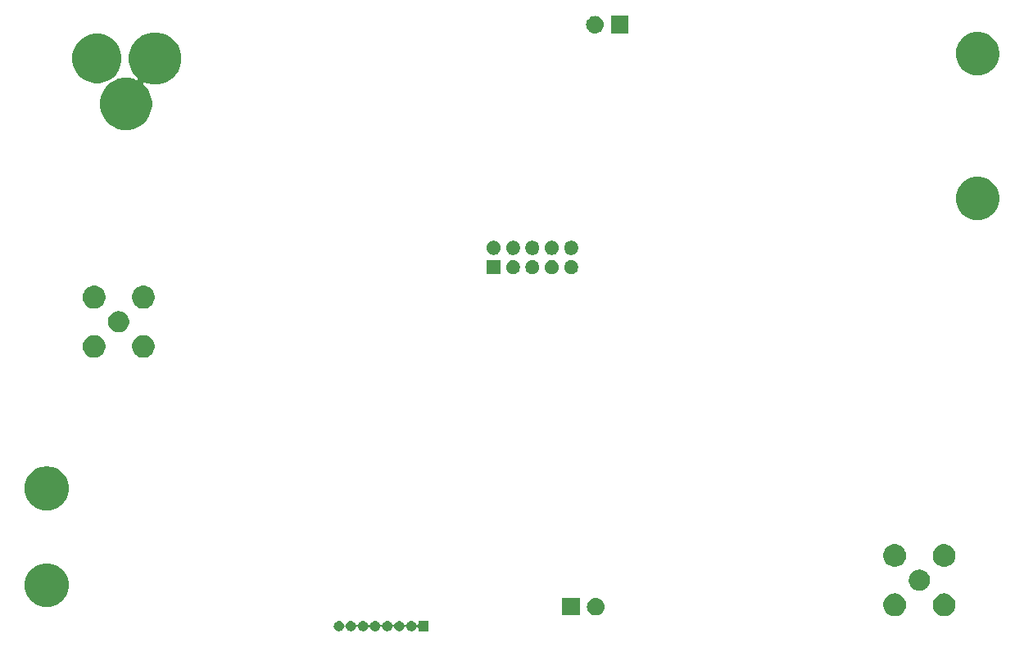
<source format=gbr>
G04 #@! TF.GenerationSoftware,KiCad,Pcbnew,(5.1.4)-1*
G04 #@! TF.CreationDate,2019-12-12T13:05:01+01:00*
G04 #@! TF.ProjectId,Schaltplan_embedded,53636861-6c74-4706-9c61-6e5f656d6265,rev?*
G04 #@! TF.SameCoordinates,Original*
G04 #@! TF.FileFunction,Soldermask,Bot*
G04 #@! TF.FilePolarity,Negative*
%FSLAX46Y46*%
G04 Gerber Fmt 4.6, Leading zero omitted, Abs format (unit mm)*
G04 Created by KiCad (PCBNEW (5.1.4)-1) date 2019-12-12 13:05:01*
%MOMM*%
%LPD*%
G04 APERTURE LIST*
%ADD10C,0.100000*%
G04 APERTURE END LIST*
D10*
G36*
X127653428Y-108744213D02*
G01*
X127749153Y-108783864D01*
X127835305Y-108841429D01*
X127908571Y-108914695D01*
X127966136Y-109000847D01*
X128009516Y-109105575D01*
X128021067Y-109127186D01*
X128036612Y-109146128D01*
X128055554Y-109161673D01*
X128077165Y-109173224D01*
X128100614Y-109180337D01*
X128125000Y-109182739D01*
X128149386Y-109180337D01*
X128172835Y-109173224D01*
X128194446Y-109161673D01*
X128213388Y-109146128D01*
X128228933Y-109127186D01*
X128240484Y-109105575D01*
X128283864Y-109000847D01*
X128341429Y-108914695D01*
X128414695Y-108841429D01*
X128500847Y-108783864D01*
X128596572Y-108744213D01*
X128698192Y-108724000D01*
X128801808Y-108724000D01*
X128903428Y-108744213D01*
X128999153Y-108783864D01*
X129085305Y-108841429D01*
X129158571Y-108914695D01*
X129216136Y-109000847D01*
X129259516Y-109105575D01*
X129271067Y-109127186D01*
X129286612Y-109146128D01*
X129305554Y-109161673D01*
X129327165Y-109173224D01*
X129350614Y-109180337D01*
X129375000Y-109182739D01*
X129399386Y-109180337D01*
X129422835Y-109173224D01*
X129444446Y-109161673D01*
X129463388Y-109146128D01*
X129478933Y-109127186D01*
X129490484Y-109105575D01*
X129533864Y-109000847D01*
X129591429Y-108914695D01*
X129664695Y-108841429D01*
X129750847Y-108783864D01*
X129846572Y-108744213D01*
X129948192Y-108724000D01*
X130051808Y-108724000D01*
X130153428Y-108744213D01*
X130249153Y-108783864D01*
X130335305Y-108841429D01*
X130408571Y-108914695D01*
X130466136Y-109000847D01*
X130509516Y-109105575D01*
X130521067Y-109127186D01*
X130536612Y-109146128D01*
X130555554Y-109161673D01*
X130577165Y-109173224D01*
X130600614Y-109180337D01*
X130625000Y-109182739D01*
X130649386Y-109180337D01*
X130672835Y-109173224D01*
X130694446Y-109161673D01*
X130713388Y-109146128D01*
X130728933Y-109127186D01*
X130740484Y-109105575D01*
X130783864Y-109000847D01*
X130841429Y-108914695D01*
X130914695Y-108841429D01*
X131000847Y-108783864D01*
X131096572Y-108744213D01*
X131198192Y-108724000D01*
X131301808Y-108724000D01*
X131403428Y-108744213D01*
X131499153Y-108783864D01*
X131585305Y-108841429D01*
X131658571Y-108914695D01*
X131716136Y-109000847D01*
X131759516Y-109105575D01*
X131771067Y-109127186D01*
X131786612Y-109146128D01*
X131805554Y-109161673D01*
X131827165Y-109173224D01*
X131850614Y-109180337D01*
X131875000Y-109182739D01*
X131899386Y-109180337D01*
X131922835Y-109173224D01*
X131944446Y-109161673D01*
X131963388Y-109146128D01*
X131978933Y-109127186D01*
X131990484Y-109105575D01*
X132033864Y-109000847D01*
X132091429Y-108914695D01*
X132164695Y-108841429D01*
X132250847Y-108783864D01*
X132346572Y-108744213D01*
X132448192Y-108724000D01*
X132551808Y-108724000D01*
X132653428Y-108744213D01*
X132749153Y-108783864D01*
X132835305Y-108841429D01*
X132908571Y-108914695D01*
X132966136Y-109000847D01*
X133009516Y-109105575D01*
X133021067Y-109127186D01*
X133036612Y-109146128D01*
X133055554Y-109161673D01*
X133077165Y-109173224D01*
X133100614Y-109180337D01*
X133125000Y-109182739D01*
X133149386Y-109180337D01*
X133172835Y-109173224D01*
X133194446Y-109161673D01*
X133213388Y-109146128D01*
X133228933Y-109127186D01*
X133240484Y-109105575D01*
X133283864Y-109000847D01*
X133341429Y-108914695D01*
X133414695Y-108841429D01*
X133500847Y-108783864D01*
X133596572Y-108744213D01*
X133698192Y-108724000D01*
X133801808Y-108724000D01*
X133903428Y-108744213D01*
X133999153Y-108783864D01*
X134085305Y-108841429D01*
X134158571Y-108914695D01*
X134216136Y-109000847D01*
X134259516Y-109105575D01*
X134271067Y-109127186D01*
X134286612Y-109146128D01*
X134305554Y-109161673D01*
X134327165Y-109173224D01*
X134350614Y-109180337D01*
X134375000Y-109182739D01*
X134399386Y-109180337D01*
X134422835Y-109173224D01*
X134444446Y-109161673D01*
X134463388Y-109146128D01*
X134478933Y-109127186D01*
X134490484Y-109105575D01*
X134533864Y-109000847D01*
X134591429Y-108914695D01*
X134664695Y-108841429D01*
X134750847Y-108783864D01*
X134846572Y-108744213D01*
X134948192Y-108724000D01*
X135051808Y-108724000D01*
X135153428Y-108744213D01*
X135249153Y-108783864D01*
X135335305Y-108841429D01*
X135408571Y-108914695D01*
X135466136Y-109000847D01*
X135483517Y-109042808D01*
X135495068Y-109064419D01*
X135510613Y-109083361D01*
X135529555Y-109098906D01*
X135551166Y-109110457D01*
X135574615Y-109117570D01*
X135599001Y-109119972D01*
X135623387Y-109117570D01*
X135646836Y-109110457D01*
X135668447Y-109098906D01*
X135687389Y-109083361D01*
X135702934Y-109064419D01*
X135714485Y-109042808D01*
X135721598Y-109019359D01*
X135724000Y-108994973D01*
X135724000Y-108724000D01*
X136776000Y-108724000D01*
X136776000Y-109776000D01*
X135724000Y-109776000D01*
X135724000Y-109505027D01*
X135721598Y-109480641D01*
X135714485Y-109457192D01*
X135702934Y-109435581D01*
X135687389Y-109416639D01*
X135668447Y-109401094D01*
X135646836Y-109389543D01*
X135623387Y-109382430D01*
X135599001Y-109380028D01*
X135574615Y-109382430D01*
X135551166Y-109389543D01*
X135529555Y-109401094D01*
X135510613Y-109416639D01*
X135495068Y-109435581D01*
X135483517Y-109457192D01*
X135466136Y-109499153D01*
X135408571Y-109585305D01*
X135335305Y-109658571D01*
X135249153Y-109716136D01*
X135153428Y-109755787D01*
X135051808Y-109776000D01*
X134948192Y-109776000D01*
X134846572Y-109755787D01*
X134750847Y-109716136D01*
X134664695Y-109658571D01*
X134591429Y-109585305D01*
X134533864Y-109499153D01*
X134490484Y-109394425D01*
X134478933Y-109372814D01*
X134463388Y-109353872D01*
X134444446Y-109338327D01*
X134422835Y-109326776D01*
X134399386Y-109319663D01*
X134375000Y-109317261D01*
X134350614Y-109319663D01*
X134327165Y-109326776D01*
X134305554Y-109338327D01*
X134286612Y-109353872D01*
X134271067Y-109372814D01*
X134259516Y-109394425D01*
X134216136Y-109499153D01*
X134158571Y-109585305D01*
X134085305Y-109658571D01*
X133999153Y-109716136D01*
X133903428Y-109755787D01*
X133801808Y-109776000D01*
X133698192Y-109776000D01*
X133596572Y-109755787D01*
X133500847Y-109716136D01*
X133414695Y-109658571D01*
X133341429Y-109585305D01*
X133283864Y-109499153D01*
X133240484Y-109394425D01*
X133228933Y-109372814D01*
X133213388Y-109353872D01*
X133194446Y-109338327D01*
X133172835Y-109326776D01*
X133149386Y-109319663D01*
X133125000Y-109317261D01*
X133100614Y-109319663D01*
X133077165Y-109326776D01*
X133055554Y-109338327D01*
X133036612Y-109353872D01*
X133021067Y-109372814D01*
X133009516Y-109394425D01*
X132966136Y-109499153D01*
X132908571Y-109585305D01*
X132835305Y-109658571D01*
X132749153Y-109716136D01*
X132653428Y-109755787D01*
X132551808Y-109776000D01*
X132448192Y-109776000D01*
X132346572Y-109755787D01*
X132250847Y-109716136D01*
X132164695Y-109658571D01*
X132091429Y-109585305D01*
X132033864Y-109499153D01*
X131990484Y-109394425D01*
X131978933Y-109372814D01*
X131963388Y-109353872D01*
X131944446Y-109338327D01*
X131922835Y-109326776D01*
X131899386Y-109319663D01*
X131875000Y-109317261D01*
X131850614Y-109319663D01*
X131827165Y-109326776D01*
X131805554Y-109338327D01*
X131786612Y-109353872D01*
X131771067Y-109372814D01*
X131759516Y-109394425D01*
X131716136Y-109499153D01*
X131658571Y-109585305D01*
X131585305Y-109658571D01*
X131499153Y-109716136D01*
X131403428Y-109755787D01*
X131301808Y-109776000D01*
X131198192Y-109776000D01*
X131096572Y-109755787D01*
X131000847Y-109716136D01*
X130914695Y-109658571D01*
X130841429Y-109585305D01*
X130783864Y-109499153D01*
X130740484Y-109394425D01*
X130728933Y-109372814D01*
X130713388Y-109353872D01*
X130694446Y-109338327D01*
X130672835Y-109326776D01*
X130649386Y-109319663D01*
X130625000Y-109317261D01*
X130600614Y-109319663D01*
X130577165Y-109326776D01*
X130555554Y-109338327D01*
X130536612Y-109353872D01*
X130521067Y-109372814D01*
X130509516Y-109394425D01*
X130466136Y-109499153D01*
X130408571Y-109585305D01*
X130335305Y-109658571D01*
X130249153Y-109716136D01*
X130153428Y-109755787D01*
X130051808Y-109776000D01*
X129948192Y-109776000D01*
X129846572Y-109755787D01*
X129750847Y-109716136D01*
X129664695Y-109658571D01*
X129591429Y-109585305D01*
X129533864Y-109499153D01*
X129490484Y-109394425D01*
X129478933Y-109372814D01*
X129463388Y-109353872D01*
X129444446Y-109338327D01*
X129422835Y-109326776D01*
X129399386Y-109319663D01*
X129375000Y-109317261D01*
X129350614Y-109319663D01*
X129327165Y-109326776D01*
X129305554Y-109338327D01*
X129286612Y-109353872D01*
X129271067Y-109372814D01*
X129259516Y-109394425D01*
X129216136Y-109499153D01*
X129158571Y-109585305D01*
X129085305Y-109658571D01*
X128999153Y-109716136D01*
X128903428Y-109755787D01*
X128801808Y-109776000D01*
X128698192Y-109776000D01*
X128596572Y-109755787D01*
X128500847Y-109716136D01*
X128414695Y-109658571D01*
X128341429Y-109585305D01*
X128283864Y-109499153D01*
X128240484Y-109394425D01*
X128228933Y-109372814D01*
X128213388Y-109353872D01*
X128194446Y-109338327D01*
X128172835Y-109326776D01*
X128149386Y-109319663D01*
X128125000Y-109317261D01*
X128100614Y-109319663D01*
X128077165Y-109326776D01*
X128055554Y-109338327D01*
X128036612Y-109353872D01*
X128021067Y-109372814D01*
X128009516Y-109394425D01*
X127966136Y-109499153D01*
X127908571Y-109585305D01*
X127835305Y-109658571D01*
X127749153Y-109716136D01*
X127653428Y-109755787D01*
X127551808Y-109776000D01*
X127448192Y-109776000D01*
X127346572Y-109755787D01*
X127250847Y-109716136D01*
X127164695Y-109658571D01*
X127091429Y-109585305D01*
X127033864Y-109499153D01*
X126994213Y-109403428D01*
X126974000Y-109301808D01*
X126974000Y-109198192D01*
X126994213Y-109096572D01*
X127033864Y-109000847D01*
X127091429Y-108914695D01*
X127164695Y-108841429D01*
X127250847Y-108783864D01*
X127346572Y-108744213D01*
X127448192Y-108724000D01*
X127551808Y-108724000D01*
X127653428Y-108744213D01*
X127653428Y-108744213D01*
G37*
G36*
X190241560Y-105889064D02*
G01*
X190393027Y-105919193D01*
X190607045Y-106007842D01*
X190607046Y-106007843D01*
X190799654Y-106136539D01*
X190963461Y-106300346D01*
X191044980Y-106422348D01*
X191092158Y-106492955D01*
X191180807Y-106706973D01*
X191226000Y-106934174D01*
X191226000Y-107165826D01*
X191180807Y-107393027D01*
X191092158Y-107607045D01*
X191092157Y-107607046D01*
X190963461Y-107799654D01*
X190799654Y-107963461D01*
X190740810Y-108002779D01*
X190607045Y-108092158D01*
X190393027Y-108180807D01*
X190241560Y-108210936D01*
X190165827Y-108226000D01*
X189934173Y-108226000D01*
X189858440Y-108210936D01*
X189706973Y-108180807D01*
X189492955Y-108092158D01*
X189359190Y-108002779D01*
X189300346Y-107963461D01*
X189136539Y-107799654D01*
X189007843Y-107607046D01*
X189007842Y-107607045D01*
X188919193Y-107393027D01*
X188874000Y-107165826D01*
X188874000Y-106934174D01*
X188919193Y-106706973D01*
X189007842Y-106492955D01*
X189055020Y-106422348D01*
X189136539Y-106300346D01*
X189300346Y-106136539D01*
X189492954Y-106007843D01*
X189492955Y-106007842D01*
X189706973Y-105919193D01*
X189858440Y-105889064D01*
X189934173Y-105874000D01*
X190165827Y-105874000D01*
X190241560Y-105889064D01*
X190241560Y-105889064D01*
G37*
G36*
X185141560Y-105889064D02*
G01*
X185293027Y-105919193D01*
X185507045Y-106007842D01*
X185507046Y-106007843D01*
X185699654Y-106136539D01*
X185863461Y-106300346D01*
X185944980Y-106422348D01*
X185992158Y-106492955D01*
X186080807Y-106706973D01*
X186126000Y-106934174D01*
X186126000Y-107165826D01*
X186080807Y-107393027D01*
X185992158Y-107607045D01*
X185992157Y-107607046D01*
X185863461Y-107799654D01*
X185699654Y-107963461D01*
X185640810Y-108002779D01*
X185507045Y-108092158D01*
X185293027Y-108180807D01*
X185141560Y-108210936D01*
X185065827Y-108226000D01*
X184834173Y-108226000D01*
X184758440Y-108210936D01*
X184606973Y-108180807D01*
X184392955Y-108092158D01*
X184259190Y-108002779D01*
X184200346Y-107963461D01*
X184036539Y-107799654D01*
X183907843Y-107607046D01*
X183907842Y-107607045D01*
X183819193Y-107393027D01*
X183774000Y-107165826D01*
X183774000Y-106934174D01*
X183819193Y-106706973D01*
X183907842Y-106492955D01*
X183955020Y-106422348D01*
X184036539Y-106300346D01*
X184200346Y-106136539D01*
X184392954Y-106007843D01*
X184392955Y-106007842D01*
X184606973Y-105919193D01*
X184758440Y-105889064D01*
X184834173Y-105874000D01*
X185065827Y-105874000D01*
X185141560Y-105889064D01*
X185141560Y-105889064D01*
G37*
G36*
X152401000Y-108151000D02*
G01*
X150599000Y-108151000D01*
X150599000Y-106349000D01*
X152401000Y-106349000D01*
X152401000Y-108151000D01*
X152401000Y-108151000D01*
G37*
G36*
X154150442Y-106355518D02*
G01*
X154216627Y-106362037D01*
X154386466Y-106413557D01*
X154542991Y-106497222D01*
X154573289Y-106522087D01*
X154680186Y-106609814D01*
X154759921Y-106706973D01*
X154792778Y-106747009D01*
X154876443Y-106903534D01*
X154927963Y-107073373D01*
X154945359Y-107250000D01*
X154927963Y-107426627D01*
X154876443Y-107596466D01*
X154792778Y-107752991D01*
X154763448Y-107788729D01*
X154680186Y-107890186D01*
X154590901Y-107963459D01*
X154542991Y-108002778D01*
X154386466Y-108086443D01*
X154216627Y-108137963D01*
X154150443Y-108144481D01*
X154084260Y-108151000D01*
X153995740Y-108151000D01*
X153929557Y-108144481D01*
X153863373Y-108137963D01*
X153693534Y-108086443D01*
X153537009Y-108002778D01*
X153489099Y-107963459D01*
X153399814Y-107890186D01*
X153316552Y-107788729D01*
X153287222Y-107752991D01*
X153203557Y-107596466D01*
X153152037Y-107426627D01*
X153134641Y-107250000D01*
X153152037Y-107073373D01*
X153203557Y-106903534D01*
X153287222Y-106747009D01*
X153320079Y-106706973D01*
X153399814Y-106609814D01*
X153506711Y-106522087D01*
X153537009Y-106497222D01*
X153693534Y-106413557D01*
X153863373Y-106362037D01*
X153929558Y-106355518D01*
X153995740Y-106349000D01*
X154084260Y-106349000D01*
X154150442Y-106355518D01*
X154150442Y-106355518D01*
G37*
G36*
X97575880Y-102759776D02*
G01*
X97956593Y-102835504D01*
X98366249Y-103005189D01*
X98734929Y-103251534D01*
X99048466Y-103565071D01*
X99294811Y-103933751D01*
X99464496Y-104343407D01*
X99551000Y-104778296D01*
X99551000Y-105221704D01*
X99464496Y-105656593D01*
X99294811Y-106066249D01*
X99048466Y-106434929D01*
X98734929Y-106748466D01*
X98366249Y-106994811D01*
X97956593Y-107164496D01*
X97575880Y-107240224D01*
X97521705Y-107251000D01*
X97078295Y-107251000D01*
X97024120Y-107240224D01*
X96643407Y-107164496D01*
X96233751Y-106994811D01*
X95865071Y-106748466D01*
X95551534Y-106434929D01*
X95305189Y-106066249D01*
X95135504Y-105656593D01*
X95049000Y-105221704D01*
X95049000Y-104778296D01*
X95135504Y-104343407D01*
X95305189Y-103933751D01*
X95551534Y-103565071D01*
X95865071Y-103251534D01*
X96233751Y-103005189D01*
X96643407Y-102835504D01*
X97024120Y-102759776D01*
X97078295Y-102749000D01*
X97521705Y-102749000D01*
X97575880Y-102759776D01*
X97575880Y-102759776D01*
G37*
G36*
X187714794Y-103420155D02*
G01*
X187821150Y-103441311D01*
X187921334Y-103482809D01*
X188021520Y-103524307D01*
X188201844Y-103644795D01*
X188355205Y-103798156D01*
X188475693Y-103978480D01*
X188475693Y-103978481D01*
X188558689Y-104178850D01*
X188579844Y-104285205D01*
X188601000Y-104391560D01*
X188601000Y-104608440D01*
X188558689Y-104821149D01*
X188475693Y-105021520D01*
X188355205Y-105201844D01*
X188201844Y-105355205D01*
X188021520Y-105475693D01*
X187921334Y-105517191D01*
X187821150Y-105558689D01*
X187714794Y-105579845D01*
X187608440Y-105601000D01*
X187391560Y-105601000D01*
X187285205Y-105579844D01*
X187178850Y-105558689D01*
X187078666Y-105517191D01*
X186978480Y-105475693D01*
X186798156Y-105355205D01*
X186644795Y-105201844D01*
X186524307Y-105021520D01*
X186441311Y-104821149D01*
X186399000Y-104608440D01*
X186399000Y-104391560D01*
X186420156Y-104285205D01*
X186441311Y-104178850D01*
X186524307Y-103978481D01*
X186524307Y-103978480D01*
X186644795Y-103798156D01*
X186798156Y-103644795D01*
X186978480Y-103524307D01*
X187078666Y-103482809D01*
X187178850Y-103441311D01*
X187285206Y-103420155D01*
X187391560Y-103399000D01*
X187608440Y-103399000D01*
X187714794Y-103420155D01*
X187714794Y-103420155D01*
G37*
G36*
X190241560Y-100789064D02*
G01*
X190393027Y-100819193D01*
X190607045Y-100907842D01*
X190607046Y-100907843D01*
X190799654Y-101036539D01*
X190963461Y-101200346D01*
X191049258Y-101328751D01*
X191092158Y-101392955D01*
X191180807Y-101606973D01*
X191226000Y-101834174D01*
X191226000Y-102065826D01*
X191180807Y-102293027D01*
X191092158Y-102507045D01*
X191092157Y-102507046D01*
X190963461Y-102699654D01*
X190799654Y-102863461D01*
X190671635Y-102949000D01*
X190607045Y-102992158D01*
X190393027Y-103080807D01*
X190241560Y-103110936D01*
X190165827Y-103126000D01*
X189934173Y-103126000D01*
X189858440Y-103110936D01*
X189706973Y-103080807D01*
X189492955Y-102992158D01*
X189428365Y-102949000D01*
X189300346Y-102863461D01*
X189136539Y-102699654D01*
X189007843Y-102507046D01*
X189007842Y-102507045D01*
X188919193Y-102293027D01*
X188874000Y-102065826D01*
X188874000Y-101834174D01*
X188919193Y-101606973D01*
X189007842Y-101392955D01*
X189050742Y-101328751D01*
X189136539Y-101200346D01*
X189300346Y-101036539D01*
X189492954Y-100907843D01*
X189492955Y-100907842D01*
X189706973Y-100819193D01*
X189858440Y-100789064D01*
X189934173Y-100774000D01*
X190165827Y-100774000D01*
X190241560Y-100789064D01*
X190241560Y-100789064D01*
G37*
G36*
X185141560Y-100789064D02*
G01*
X185293027Y-100819193D01*
X185507045Y-100907842D01*
X185507046Y-100907843D01*
X185699654Y-101036539D01*
X185863461Y-101200346D01*
X185949258Y-101328751D01*
X185992158Y-101392955D01*
X186080807Y-101606973D01*
X186126000Y-101834174D01*
X186126000Y-102065826D01*
X186080807Y-102293027D01*
X185992158Y-102507045D01*
X185992157Y-102507046D01*
X185863461Y-102699654D01*
X185699654Y-102863461D01*
X185571635Y-102949000D01*
X185507045Y-102992158D01*
X185293027Y-103080807D01*
X185141560Y-103110936D01*
X185065827Y-103126000D01*
X184834173Y-103126000D01*
X184758440Y-103110936D01*
X184606973Y-103080807D01*
X184392955Y-102992158D01*
X184328365Y-102949000D01*
X184200346Y-102863461D01*
X184036539Y-102699654D01*
X183907843Y-102507046D01*
X183907842Y-102507045D01*
X183819193Y-102293027D01*
X183774000Y-102065826D01*
X183774000Y-101834174D01*
X183819193Y-101606973D01*
X183907842Y-101392955D01*
X183950742Y-101328751D01*
X184036539Y-101200346D01*
X184200346Y-101036539D01*
X184392954Y-100907843D01*
X184392955Y-100907842D01*
X184606973Y-100819193D01*
X184758440Y-100789064D01*
X184834173Y-100774000D01*
X185065827Y-100774000D01*
X185141560Y-100789064D01*
X185141560Y-100789064D01*
G37*
G36*
X97575880Y-92759776D02*
G01*
X97956593Y-92835504D01*
X98366249Y-93005189D01*
X98734929Y-93251534D01*
X99048466Y-93565071D01*
X99294811Y-93933751D01*
X99464496Y-94343407D01*
X99551000Y-94778296D01*
X99551000Y-95221704D01*
X99464496Y-95656593D01*
X99294811Y-96066249D01*
X99048466Y-96434929D01*
X98734929Y-96748466D01*
X98366249Y-96994811D01*
X97956593Y-97164496D01*
X97575880Y-97240224D01*
X97521705Y-97251000D01*
X97078295Y-97251000D01*
X97024120Y-97240224D01*
X96643407Y-97164496D01*
X96233751Y-96994811D01*
X95865071Y-96748466D01*
X95551534Y-96434929D01*
X95305189Y-96066249D01*
X95135504Y-95656593D01*
X95049000Y-95221704D01*
X95049000Y-94778296D01*
X95135504Y-94343407D01*
X95305189Y-93933751D01*
X95551534Y-93565071D01*
X95865071Y-93251534D01*
X96233751Y-93005189D01*
X96643407Y-92835504D01*
X97024120Y-92759776D01*
X97078295Y-92749000D01*
X97521705Y-92749000D01*
X97575880Y-92759776D01*
X97575880Y-92759776D01*
G37*
G36*
X102391560Y-79139064D02*
G01*
X102543027Y-79169193D01*
X102757045Y-79257842D01*
X102757046Y-79257843D01*
X102949654Y-79386539D01*
X103113461Y-79550346D01*
X103199258Y-79678751D01*
X103242158Y-79742955D01*
X103330807Y-79956973D01*
X103376000Y-80184174D01*
X103376000Y-80415826D01*
X103330807Y-80643027D01*
X103242158Y-80857045D01*
X103242157Y-80857046D01*
X103113461Y-81049654D01*
X102949654Y-81213461D01*
X102821249Y-81299258D01*
X102757045Y-81342158D01*
X102543027Y-81430807D01*
X102391560Y-81460936D01*
X102315827Y-81476000D01*
X102084173Y-81476000D01*
X102008440Y-81460936D01*
X101856973Y-81430807D01*
X101642955Y-81342158D01*
X101578751Y-81299258D01*
X101450346Y-81213461D01*
X101286539Y-81049654D01*
X101157843Y-80857046D01*
X101157842Y-80857045D01*
X101069193Y-80643027D01*
X101024000Y-80415826D01*
X101024000Y-80184174D01*
X101069193Y-79956973D01*
X101157842Y-79742955D01*
X101200742Y-79678751D01*
X101286539Y-79550346D01*
X101450346Y-79386539D01*
X101642954Y-79257843D01*
X101642955Y-79257842D01*
X101856973Y-79169193D01*
X102008440Y-79139064D01*
X102084173Y-79124000D01*
X102315827Y-79124000D01*
X102391560Y-79139064D01*
X102391560Y-79139064D01*
G37*
G36*
X107491560Y-79139064D02*
G01*
X107643027Y-79169193D01*
X107857045Y-79257842D01*
X107857046Y-79257843D01*
X108049654Y-79386539D01*
X108213461Y-79550346D01*
X108299258Y-79678751D01*
X108342158Y-79742955D01*
X108430807Y-79956973D01*
X108476000Y-80184174D01*
X108476000Y-80415826D01*
X108430807Y-80643027D01*
X108342158Y-80857045D01*
X108342157Y-80857046D01*
X108213461Y-81049654D01*
X108049654Y-81213461D01*
X107921249Y-81299258D01*
X107857045Y-81342158D01*
X107643027Y-81430807D01*
X107491560Y-81460936D01*
X107415827Y-81476000D01*
X107184173Y-81476000D01*
X107108440Y-81460936D01*
X106956973Y-81430807D01*
X106742955Y-81342158D01*
X106678751Y-81299258D01*
X106550346Y-81213461D01*
X106386539Y-81049654D01*
X106257843Y-80857046D01*
X106257842Y-80857045D01*
X106169193Y-80643027D01*
X106124000Y-80415826D01*
X106124000Y-80184174D01*
X106169193Y-79956973D01*
X106257842Y-79742955D01*
X106300742Y-79678751D01*
X106386539Y-79550346D01*
X106550346Y-79386539D01*
X106742954Y-79257843D01*
X106742955Y-79257842D01*
X106956973Y-79169193D01*
X107108440Y-79139064D01*
X107184173Y-79124000D01*
X107415827Y-79124000D01*
X107491560Y-79139064D01*
X107491560Y-79139064D01*
G37*
G36*
X104964794Y-76670155D02*
G01*
X105071150Y-76691311D01*
X105271520Y-76774307D01*
X105451844Y-76894795D01*
X105605205Y-77048156D01*
X105725693Y-77228480D01*
X105808689Y-77428851D01*
X105851000Y-77641560D01*
X105851000Y-77858440D01*
X105808689Y-78071149D01*
X105725693Y-78271520D01*
X105605205Y-78451844D01*
X105451844Y-78605205D01*
X105271520Y-78725693D01*
X105071150Y-78808689D01*
X104964794Y-78829845D01*
X104858440Y-78851000D01*
X104641560Y-78851000D01*
X104535206Y-78829845D01*
X104428850Y-78808689D01*
X104328666Y-78767191D01*
X104228480Y-78725693D01*
X104048156Y-78605205D01*
X103894795Y-78451844D01*
X103774307Y-78271520D01*
X103691311Y-78071149D01*
X103649000Y-77858440D01*
X103649000Y-77641560D01*
X103691311Y-77428851D01*
X103774307Y-77228480D01*
X103894795Y-77048156D01*
X104048156Y-76894795D01*
X104228480Y-76774307D01*
X104328666Y-76732809D01*
X104428850Y-76691311D01*
X104535206Y-76670155D01*
X104641560Y-76649000D01*
X104858440Y-76649000D01*
X104964794Y-76670155D01*
X104964794Y-76670155D01*
G37*
G36*
X102391560Y-74039064D02*
G01*
X102543027Y-74069193D01*
X102757045Y-74157842D01*
X102757046Y-74157843D01*
X102949654Y-74286539D01*
X103113461Y-74450346D01*
X103199258Y-74578751D01*
X103242158Y-74642955D01*
X103330807Y-74856973D01*
X103376000Y-75084174D01*
X103376000Y-75315826D01*
X103330807Y-75543027D01*
X103242158Y-75757045D01*
X103242157Y-75757046D01*
X103113461Y-75949654D01*
X102949654Y-76113461D01*
X102821249Y-76199258D01*
X102757045Y-76242158D01*
X102543027Y-76330807D01*
X102391560Y-76360936D01*
X102315827Y-76376000D01*
X102084173Y-76376000D01*
X102008440Y-76360936D01*
X101856973Y-76330807D01*
X101642955Y-76242158D01*
X101578751Y-76199258D01*
X101450346Y-76113461D01*
X101286539Y-75949654D01*
X101157843Y-75757046D01*
X101157842Y-75757045D01*
X101069193Y-75543027D01*
X101024000Y-75315826D01*
X101024000Y-75084174D01*
X101069193Y-74856973D01*
X101157842Y-74642955D01*
X101200742Y-74578751D01*
X101286539Y-74450346D01*
X101450346Y-74286539D01*
X101642954Y-74157843D01*
X101642955Y-74157842D01*
X101856973Y-74069193D01*
X102008440Y-74039064D01*
X102084173Y-74024000D01*
X102315827Y-74024000D01*
X102391560Y-74039064D01*
X102391560Y-74039064D01*
G37*
G36*
X107491560Y-74039064D02*
G01*
X107643027Y-74069193D01*
X107857045Y-74157842D01*
X107857046Y-74157843D01*
X108049654Y-74286539D01*
X108213461Y-74450346D01*
X108299258Y-74578751D01*
X108342158Y-74642955D01*
X108430807Y-74856973D01*
X108476000Y-75084174D01*
X108476000Y-75315826D01*
X108430807Y-75543027D01*
X108342158Y-75757045D01*
X108342157Y-75757046D01*
X108213461Y-75949654D01*
X108049654Y-76113461D01*
X107921249Y-76199258D01*
X107857045Y-76242158D01*
X107643027Y-76330807D01*
X107491560Y-76360936D01*
X107415827Y-76376000D01*
X107184173Y-76376000D01*
X107108440Y-76360936D01*
X106956973Y-76330807D01*
X106742955Y-76242158D01*
X106678751Y-76199258D01*
X106550346Y-76113461D01*
X106386539Y-75949654D01*
X106257843Y-75757046D01*
X106257842Y-75757045D01*
X106169193Y-75543027D01*
X106124000Y-75315826D01*
X106124000Y-75084174D01*
X106169193Y-74856973D01*
X106257842Y-74642955D01*
X106300742Y-74578751D01*
X106386539Y-74450346D01*
X106550346Y-74286539D01*
X106742954Y-74157843D01*
X106742955Y-74157842D01*
X106956973Y-74069193D01*
X107108440Y-74039064D01*
X107184173Y-74024000D01*
X107415827Y-74024000D01*
X107491560Y-74039064D01*
X107491560Y-74039064D01*
G37*
G36*
X151711766Y-71401899D02*
G01*
X151843888Y-71456626D01*
X151843890Y-71456627D01*
X151962798Y-71536079D01*
X152063921Y-71637202D01*
X152063922Y-71637204D01*
X152143374Y-71756112D01*
X152198101Y-71888234D01*
X152226000Y-72028494D01*
X152226000Y-72171506D01*
X152198101Y-72311766D01*
X152143374Y-72443888D01*
X152143373Y-72443890D01*
X152063921Y-72562798D01*
X151962798Y-72663921D01*
X151843890Y-72743373D01*
X151843889Y-72743374D01*
X151843888Y-72743374D01*
X151711766Y-72798101D01*
X151571506Y-72826000D01*
X151428494Y-72826000D01*
X151288234Y-72798101D01*
X151156112Y-72743374D01*
X151156111Y-72743374D01*
X151156110Y-72743373D01*
X151037202Y-72663921D01*
X150936079Y-72562798D01*
X150856627Y-72443890D01*
X150856626Y-72443888D01*
X150801899Y-72311766D01*
X150774000Y-72171506D01*
X150774000Y-72028494D01*
X150801899Y-71888234D01*
X150856626Y-71756112D01*
X150936078Y-71637204D01*
X150936079Y-71637202D01*
X151037202Y-71536079D01*
X151156110Y-71456627D01*
X151156112Y-71456626D01*
X151288234Y-71401899D01*
X151428494Y-71374000D01*
X151571506Y-71374000D01*
X151711766Y-71401899D01*
X151711766Y-71401899D01*
G37*
G36*
X149711766Y-71401899D02*
G01*
X149843888Y-71456626D01*
X149843890Y-71456627D01*
X149962798Y-71536079D01*
X150063921Y-71637202D01*
X150063922Y-71637204D01*
X150143374Y-71756112D01*
X150198101Y-71888234D01*
X150226000Y-72028494D01*
X150226000Y-72171506D01*
X150198101Y-72311766D01*
X150143374Y-72443888D01*
X150143373Y-72443890D01*
X150063921Y-72562798D01*
X149962798Y-72663921D01*
X149843890Y-72743373D01*
X149843889Y-72743374D01*
X149843888Y-72743374D01*
X149711766Y-72798101D01*
X149571506Y-72826000D01*
X149428494Y-72826000D01*
X149288234Y-72798101D01*
X149156112Y-72743374D01*
X149156111Y-72743374D01*
X149156110Y-72743373D01*
X149037202Y-72663921D01*
X148936079Y-72562798D01*
X148856627Y-72443890D01*
X148856626Y-72443888D01*
X148801899Y-72311766D01*
X148774000Y-72171506D01*
X148774000Y-72028494D01*
X148801899Y-71888234D01*
X148856626Y-71756112D01*
X148936078Y-71637204D01*
X148936079Y-71637202D01*
X149037202Y-71536079D01*
X149156110Y-71456627D01*
X149156112Y-71456626D01*
X149288234Y-71401899D01*
X149428494Y-71374000D01*
X149571506Y-71374000D01*
X149711766Y-71401899D01*
X149711766Y-71401899D01*
G37*
G36*
X147711766Y-71401899D02*
G01*
X147843888Y-71456626D01*
X147843890Y-71456627D01*
X147962798Y-71536079D01*
X148063921Y-71637202D01*
X148063922Y-71637204D01*
X148143374Y-71756112D01*
X148198101Y-71888234D01*
X148226000Y-72028494D01*
X148226000Y-72171506D01*
X148198101Y-72311766D01*
X148143374Y-72443888D01*
X148143373Y-72443890D01*
X148063921Y-72562798D01*
X147962798Y-72663921D01*
X147843890Y-72743373D01*
X147843889Y-72743374D01*
X147843888Y-72743374D01*
X147711766Y-72798101D01*
X147571506Y-72826000D01*
X147428494Y-72826000D01*
X147288234Y-72798101D01*
X147156112Y-72743374D01*
X147156111Y-72743374D01*
X147156110Y-72743373D01*
X147037202Y-72663921D01*
X146936079Y-72562798D01*
X146856627Y-72443890D01*
X146856626Y-72443888D01*
X146801899Y-72311766D01*
X146774000Y-72171506D01*
X146774000Y-72028494D01*
X146801899Y-71888234D01*
X146856626Y-71756112D01*
X146936078Y-71637204D01*
X146936079Y-71637202D01*
X147037202Y-71536079D01*
X147156110Y-71456627D01*
X147156112Y-71456626D01*
X147288234Y-71401899D01*
X147428494Y-71374000D01*
X147571506Y-71374000D01*
X147711766Y-71401899D01*
X147711766Y-71401899D01*
G37*
G36*
X145711766Y-71401899D02*
G01*
X145843888Y-71456626D01*
X145843890Y-71456627D01*
X145962798Y-71536079D01*
X146063921Y-71637202D01*
X146063922Y-71637204D01*
X146143374Y-71756112D01*
X146198101Y-71888234D01*
X146226000Y-72028494D01*
X146226000Y-72171506D01*
X146198101Y-72311766D01*
X146143374Y-72443888D01*
X146143373Y-72443890D01*
X146063921Y-72562798D01*
X145962798Y-72663921D01*
X145843890Y-72743373D01*
X145843889Y-72743374D01*
X145843888Y-72743374D01*
X145711766Y-72798101D01*
X145571506Y-72826000D01*
X145428494Y-72826000D01*
X145288234Y-72798101D01*
X145156112Y-72743374D01*
X145156111Y-72743374D01*
X145156110Y-72743373D01*
X145037202Y-72663921D01*
X144936079Y-72562798D01*
X144856627Y-72443890D01*
X144856626Y-72443888D01*
X144801899Y-72311766D01*
X144774000Y-72171506D01*
X144774000Y-72028494D01*
X144801899Y-71888234D01*
X144856626Y-71756112D01*
X144936078Y-71637204D01*
X144936079Y-71637202D01*
X145037202Y-71536079D01*
X145156110Y-71456627D01*
X145156112Y-71456626D01*
X145288234Y-71401899D01*
X145428494Y-71374000D01*
X145571506Y-71374000D01*
X145711766Y-71401899D01*
X145711766Y-71401899D01*
G37*
G36*
X144226000Y-72826000D02*
G01*
X142774000Y-72826000D01*
X142774000Y-71374000D01*
X144226000Y-71374000D01*
X144226000Y-72826000D01*
X144226000Y-72826000D01*
G37*
G36*
X151711766Y-69401899D02*
G01*
X151843888Y-69456626D01*
X151843890Y-69456627D01*
X151962798Y-69536079D01*
X152063921Y-69637202D01*
X152063922Y-69637204D01*
X152143374Y-69756112D01*
X152198101Y-69888234D01*
X152226000Y-70028494D01*
X152226000Y-70171506D01*
X152198101Y-70311766D01*
X152143374Y-70443888D01*
X152143373Y-70443890D01*
X152063921Y-70562798D01*
X151962798Y-70663921D01*
X151843890Y-70743373D01*
X151843889Y-70743374D01*
X151843888Y-70743374D01*
X151711766Y-70798101D01*
X151571506Y-70826000D01*
X151428494Y-70826000D01*
X151288234Y-70798101D01*
X151156112Y-70743374D01*
X151156111Y-70743374D01*
X151156110Y-70743373D01*
X151037202Y-70663921D01*
X150936079Y-70562798D01*
X150856627Y-70443890D01*
X150856626Y-70443888D01*
X150801899Y-70311766D01*
X150774000Y-70171506D01*
X150774000Y-70028494D01*
X150801899Y-69888234D01*
X150856626Y-69756112D01*
X150936078Y-69637204D01*
X150936079Y-69637202D01*
X151037202Y-69536079D01*
X151156110Y-69456627D01*
X151156112Y-69456626D01*
X151288234Y-69401899D01*
X151428494Y-69374000D01*
X151571506Y-69374000D01*
X151711766Y-69401899D01*
X151711766Y-69401899D01*
G37*
G36*
X145711766Y-69401899D02*
G01*
X145843888Y-69456626D01*
X145843890Y-69456627D01*
X145962798Y-69536079D01*
X146063921Y-69637202D01*
X146063922Y-69637204D01*
X146143374Y-69756112D01*
X146198101Y-69888234D01*
X146226000Y-70028494D01*
X146226000Y-70171506D01*
X146198101Y-70311766D01*
X146143374Y-70443888D01*
X146143373Y-70443890D01*
X146063921Y-70562798D01*
X145962798Y-70663921D01*
X145843890Y-70743373D01*
X145843889Y-70743374D01*
X145843888Y-70743374D01*
X145711766Y-70798101D01*
X145571506Y-70826000D01*
X145428494Y-70826000D01*
X145288234Y-70798101D01*
X145156112Y-70743374D01*
X145156111Y-70743374D01*
X145156110Y-70743373D01*
X145037202Y-70663921D01*
X144936079Y-70562798D01*
X144856627Y-70443890D01*
X144856626Y-70443888D01*
X144801899Y-70311766D01*
X144774000Y-70171506D01*
X144774000Y-70028494D01*
X144801899Y-69888234D01*
X144856626Y-69756112D01*
X144936078Y-69637204D01*
X144936079Y-69637202D01*
X145037202Y-69536079D01*
X145156110Y-69456627D01*
X145156112Y-69456626D01*
X145288234Y-69401899D01*
X145428494Y-69374000D01*
X145571506Y-69374000D01*
X145711766Y-69401899D01*
X145711766Y-69401899D01*
G37*
G36*
X147711766Y-69401899D02*
G01*
X147843888Y-69456626D01*
X147843890Y-69456627D01*
X147962798Y-69536079D01*
X148063921Y-69637202D01*
X148063922Y-69637204D01*
X148143374Y-69756112D01*
X148198101Y-69888234D01*
X148226000Y-70028494D01*
X148226000Y-70171506D01*
X148198101Y-70311766D01*
X148143374Y-70443888D01*
X148143373Y-70443890D01*
X148063921Y-70562798D01*
X147962798Y-70663921D01*
X147843890Y-70743373D01*
X147843889Y-70743374D01*
X147843888Y-70743374D01*
X147711766Y-70798101D01*
X147571506Y-70826000D01*
X147428494Y-70826000D01*
X147288234Y-70798101D01*
X147156112Y-70743374D01*
X147156111Y-70743374D01*
X147156110Y-70743373D01*
X147037202Y-70663921D01*
X146936079Y-70562798D01*
X146856627Y-70443890D01*
X146856626Y-70443888D01*
X146801899Y-70311766D01*
X146774000Y-70171506D01*
X146774000Y-70028494D01*
X146801899Y-69888234D01*
X146856626Y-69756112D01*
X146936078Y-69637204D01*
X146936079Y-69637202D01*
X147037202Y-69536079D01*
X147156110Y-69456627D01*
X147156112Y-69456626D01*
X147288234Y-69401899D01*
X147428494Y-69374000D01*
X147571506Y-69374000D01*
X147711766Y-69401899D01*
X147711766Y-69401899D01*
G37*
G36*
X149711766Y-69401899D02*
G01*
X149843888Y-69456626D01*
X149843890Y-69456627D01*
X149962798Y-69536079D01*
X150063921Y-69637202D01*
X150063922Y-69637204D01*
X150143374Y-69756112D01*
X150198101Y-69888234D01*
X150226000Y-70028494D01*
X150226000Y-70171506D01*
X150198101Y-70311766D01*
X150143374Y-70443888D01*
X150143373Y-70443890D01*
X150063921Y-70562798D01*
X149962798Y-70663921D01*
X149843890Y-70743373D01*
X149843889Y-70743374D01*
X149843888Y-70743374D01*
X149711766Y-70798101D01*
X149571506Y-70826000D01*
X149428494Y-70826000D01*
X149288234Y-70798101D01*
X149156112Y-70743374D01*
X149156111Y-70743374D01*
X149156110Y-70743373D01*
X149037202Y-70663921D01*
X148936079Y-70562798D01*
X148856627Y-70443890D01*
X148856626Y-70443888D01*
X148801899Y-70311766D01*
X148774000Y-70171506D01*
X148774000Y-70028494D01*
X148801899Y-69888234D01*
X148856626Y-69756112D01*
X148936078Y-69637204D01*
X148936079Y-69637202D01*
X149037202Y-69536079D01*
X149156110Y-69456627D01*
X149156112Y-69456626D01*
X149288234Y-69401899D01*
X149428494Y-69374000D01*
X149571506Y-69374000D01*
X149711766Y-69401899D01*
X149711766Y-69401899D01*
G37*
G36*
X143711766Y-69401899D02*
G01*
X143843888Y-69456626D01*
X143843890Y-69456627D01*
X143962798Y-69536079D01*
X144063921Y-69637202D01*
X144063922Y-69637204D01*
X144143374Y-69756112D01*
X144198101Y-69888234D01*
X144226000Y-70028494D01*
X144226000Y-70171506D01*
X144198101Y-70311766D01*
X144143374Y-70443888D01*
X144143373Y-70443890D01*
X144063921Y-70562798D01*
X143962798Y-70663921D01*
X143843890Y-70743373D01*
X143843889Y-70743374D01*
X143843888Y-70743374D01*
X143711766Y-70798101D01*
X143571506Y-70826000D01*
X143428494Y-70826000D01*
X143288234Y-70798101D01*
X143156112Y-70743374D01*
X143156111Y-70743374D01*
X143156110Y-70743373D01*
X143037202Y-70663921D01*
X142936079Y-70562798D01*
X142856627Y-70443890D01*
X142856626Y-70443888D01*
X142801899Y-70311766D01*
X142774000Y-70171506D01*
X142774000Y-70028494D01*
X142801899Y-69888234D01*
X142856626Y-69756112D01*
X142936078Y-69637204D01*
X142936079Y-69637202D01*
X143037202Y-69536079D01*
X143156110Y-69456627D01*
X143156112Y-69456626D01*
X143288234Y-69401899D01*
X143428494Y-69374000D01*
X143571506Y-69374000D01*
X143711766Y-69401899D01*
X143711766Y-69401899D01*
G37*
G36*
X193775880Y-62759776D02*
G01*
X194156593Y-62835504D01*
X194566249Y-63005189D01*
X194934929Y-63251534D01*
X195248466Y-63565071D01*
X195494811Y-63933751D01*
X195664496Y-64343407D01*
X195751000Y-64778296D01*
X195751000Y-65221704D01*
X195664496Y-65656593D01*
X195494811Y-66066249D01*
X195248466Y-66434929D01*
X194934929Y-66748466D01*
X194566249Y-66994811D01*
X194156593Y-67164496D01*
X193775880Y-67240224D01*
X193721705Y-67251000D01*
X193278295Y-67251000D01*
X193224120Y-67240224D01*
X192843407Y-67164496D01*
X192433751Y-66994811D01*
X192065071Y-66748466D01*
X191751534Y-66434929D01*
X191505189Y-66066249D01*
X191335504Y-65656593D01*
X191249000Y-65221704D01*
X191249000Y-64778296D01*
X191335504Y-64343407D01*
X191505189Y-63933751D01*
X191751534Y-63565071D01*
X192065071Y-63251534D01*
X192433751Y-63005189D01*
X192843407Y-62835504D01*
X193224120Y-62759776D01*
X193278295Y-62749000D01*
X193721705Y-62749000D01*
X193775880Y-62759776D01*
X193775880Y-62759776D01*
G37*
G36*
X109287852Y-47902797D02*
G01*
X109779402Y-48106404D01*
X109779403Y-48106405D01*
X110221787Y-48401996D01*
X110598004Y-48778213D01*
X110661184Y-48872769D01*
X110893596Y-49220598D01*
X111097203Y-49712148D01*
X111201000Y-50233973D01*
X111201000Y-50766027D01*
X111097203Y-51287852D01*
X110893596Y-51779402D01*
X110893595Y-51779403D01*
X110598004Y-52221787D01*
X110221787Y-52598004D01*
X110039874Y-52719554D01*
X109779402Y-52893596D01*
X109287852Y-53097203D01*
X108766027Y-53201000D01*
X108233973Y-53201000D01*
X107712148Y-53097203D01*
X107447444Y-52987559D01*
X107423995Y-52980446D01*
X107399609Y-52978044D01*
X107375223Y-52980446D01*
X107351774Y-52987559D01*
X107330163Y-52999110D01*
X107311221Y-53014655D01*
X107295676Y-53033597D01*
X107284125Y-53055208D01*
X107277012Y-53078657D01*
X107274610Y-53103043D01*
X107277012Y-53127429D01*
X107284125Y-53150878D01*
X107295676Y-53172489D01*
X107311216Y-53191425D01*
X107598004Y-53478213D01*
X107795512Y-53773805D01*
X107893596Y-53920598D01*
X108097203Y-54412148D01*
X108201000Y-54933973D01*
X108201000Y-55466027D01*
X108097203Y-55987852D01*
X107893596Y-56479402D01*
X107893595Y-56479403D01*
X107598004Y-56921787D01*
X107221787Y-57298004D01*
X106926195Y-57495512D01*
X106779402Y-57593596D01*
X106287852Y-57797203D01*
X105766027Y-57901000D01*
X105233973Y-57901000D01*
X104712148Y-57797203D01*
X104220598Y-57593596D01*
X104073805Y-57495512D01*
X103778213Y-57298004D01*
X103401996Y-56921787D01*
X103106405Y-56479403D01*
X103106404Y-56479402D01*
X102902797Y-55987852D01*
X102799000Y-55466027D01*
X102799000Y-54933973D01*
X102902797Y-54412148D01*
X103106404Y-53920598D01*
X103204488Y-53773805D01*
X103401996Y-53478213D01*
X103778213Y-53101996D01*
X104220597Y-52806405D01*
X104220598Y-52806404D01*
X104712148Y-52602797D01*
X105233973Y-52499000D01*
X105766027Y-52499000D01*
X106287852Y-52602797D01*
X106552556Y-52712441D01*
X106576005Y-52719554D01*
X106600391Y-52721956D01*
X106624777Y-52719554D01*
X106648226Y-52712441D01*
X106669837Y-52700890D01*
X106688779Y-52685345D01*
X106704324Y-52666403D01*
X106715875Y-52644792D01*
X106722988Y-52621343D01*
X106725390Y-52596957D01*
X106722988Y-52572571D01*
X106715875Y-52549122D01*
X106704324Y-52527511D01*
X106688784Y-52508575D01*
X106401996Y-52221787D01*
X106106405Y-51779403D01*
X106106404Y-51779402D01*
X105902797Y-51287852D01*
X105799000Y-50766027D01*
X105799000Y-50233973D01*
X105902797Y-49712148D01*
X106106404Y-49220598D01*
X106338816Y-48872769D01*
X106401996Y-48778213D01*
X106778213Y-48401996D01*
X107220597Y-48106405D01*
X107220598Y-48106404D01*
X107712148Y-47902797D01*
X108233973Y-47799000D01*
X108766027Y-47799000D01*
X109287852Y-47902797D01*
X109287852Y-47902797D01*
G37*
G36*
X103244098Y-48047033D02*
G01*
X103708350Y-48239332D01*
X103708352Y-48239333D01*
X104126168Y-48518509D01*
X104481491Y-48873832D01*
X104760667Y-49291648D01*
X104760668Y-49291650D01*
X104952967Y-49755902D01*
X105051000Y-50248747D01*
X105051000Y-50751253D01*
X104952967Y-51244098D01*
X104768478Y-51689495D01*
X104760667Y-51708352D01*
X104481491Y-52126168D01*
X104126168Y-52481491D01*
X103708352Y-52760667D01*
X103708351Y-52760668D01*
X103708350Y-52760668D01*
X103244098Y-52952967D01*
X102751253Y-53051000D01*
X102248747Y-53051000D01*
X101755902Y-52952967D01*
X101291650Y-52760668D01*
X101291649Y-52760668D01*
X101291648Y-52760667D01*
X100873832Y-52481491D01*
X100518509Y-52126168D01*
X100239333Y-51708352D01*
X100231522Y-51689495D01*
X100047033Y-51244098D01*
X99949000Y-50751253D01*
X99949000Y-50248747D01*
X100047033Y-49755902D01*
X100239332Y-49291650D01*
X100239333Y-49291648D01*
X100518509Y-48873832D01*
X100873832Y-48518509D01*
X101291648Y-48239333D01*
X101291650Y-48239332D01*
X101755902Y-48047033D01*
X102248747Y-47949000D01*
X102751253Y-47949000D01*
X103244098Y-48047033D01*
X103244098Y-48047033D01*
G37*
G36*
X193775880Y-47759776D02*
G01*
X194156593Y-47835504D01*
X194566249Y-48005189D01*
X194934929Y-48251534D01*
X195248466Y-48565071D01*
X195494811Y-48933751D01*
X195664496Y-49343407D01*
X195715336Y-49599000D01*
X195746546Y-49755901D01*
X195751000Y-49778296D01*
X195751000Y-50221704D01*
X195664496Y-50656593D01*
X195494811Y-51066249D01*
X195248466Y-51434929D01*
X194934929Y-51748466D01*
X194566249Y-51994811D01*
X194156593Y-52164496D01*
X193775880Y-52240224D01*
X193721705Y-52251000D01*
X193278295Y-52251000D01*
X193224120Y-52240224D01*
X192843407Y-52164496D01*
X192433751Y-51994811D01*
X192065071Y-51748466D01*
X191751534Y-51434929D01*
X191505189Y-51066249D01*
X191335504Y-50656593D01*
X191249000Y-50221704D01*
X191249000Y-49778296D01*
X191253455Y-49755901D01*
X191284664Y-49599000D01*
X191335504Y-49343407D01*
X191505189Y-48933751D01*
X191751534Y-48565071D01*
X192065071Y-48251534D01*
X192433751Y-48005189D01*
X192843407Y-47835504D01*
X193224120Y-47759776D01*
X193278295Y-47749000D01*
X193721705Y-47749000D01*
X193775880Y-47759776D01*
X193775880Y-47759776D01*
G37*
G36*
X157401000Y-47901000D02*
G01*
X155599000Y-47901000D01*
X155599000Y-46099000D01*
X157401000Y-46099000D01*
X157401000Y-47901000D01*
X157401000Y-47901000D01*
G37*
G36*
X154070442Y-46105518D02*
G01*
X154136627Y-46112037D01*
X154306466Y-46163557D01*
X154462991Y-46247222D01*
X154498729Y-46276552D01*
X154600186Y-46359814D01*
X154683448Y-46461271D01*
X154712778Y-46497009D01*
X154796443Y-46653534D01*
X154847963Y-46823373D01*
X154865359Y-47000000D01*
X154847963Y-47176627D01*
X154796443Y-47346466D01*
X154712778Y-47502991D01*
X154683448Y-47538729D01*
X154600186Y-47640186D01*
X154498729Y-47723448D01*
X154462991Y-47752778D01*
X154306466Y-47836443D01*
X154136627Y-47887963D01*
X154070442Y-47894482D01*
X154004260Y-47901000D01*
X153915740Y-47901000D01*
X153849558Y-47894482D01*
X153783373Y-47887963D01*
X153613534Y-47836443D01*
X153457009Y-47752778D01*
X153421271Y-47723448D01*
X153319814Y-47640186D01*
X153236552Y-47538729D01*
X153207222Y-47502991D01*
X153123557Y-47346466D01*
X153072037Y-47176627D01*
X153054641Y-47000000D01*
X153072037Y-46823373D01*
X153123557Y-46653534D01*
X153207222Y-46497009D01*
X153236552Y-46461271D01*
X153319814Y-46359814D01*
X153421271Y-46276552D01*
X153457009Y-46247222D01*
X153613534Y-46163557D01*
X153783373Y-46112037D01*
X153849558Y-46105518D01*
X153915740Y-46099000D01*
X154004260Y-46099000D01*
X154070442Y-46105518D01*
X154070442Y-46105518D01*
G37*
M02*

</source>
